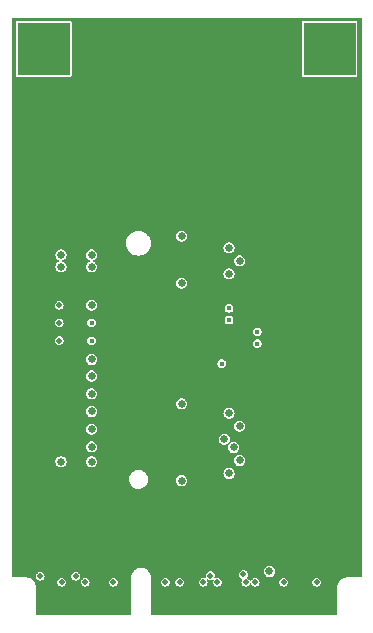
<source format=gbr>
%TF.GenerationSoftware,KiCad,Pcbnew,(6.0.1)*%
%TF.CreationDate,2022-01-21T21:00:34+01:00*%
%TF.ProjectId,apu-m2,6170752d-6d32-42e6-9b69-6361645f7063,rev?*%
%TF.SameCoordinates,Original*%
%TF.FileFunction,Copper,L3,Inr*%
%TF.FilePolarity,Positive*%
%FSLAX46Y46*%
G04 Gerber Fmt 4.6, Leading zero omitted, Abs format (unit mm)*
G04 Created by KiCad (PCBNEW (6.0.1)) date 2022-01-21 21:00:34*
%MOMM*%
%LPD*%
G01*
G04 APERTURE LIST*
%TA.AperFunction,ComponentPad*%
%ADD10R,4.500000X4.500000*%
%TD*%
%TA.AperFunction,ViaPad*%
%ADD11C,0.450000*%
%TD*%
%TA.AperFunction,ViaPad*%
%ADD12C,0.650000*%
%TD*%
%TA.AperFunction,ViaPad*%
%ADD13C,0.460000*%
%TD*%
G04 APERTURE END LIST*
D10*
%TO.N,N/C*%
%TO.C,J1*%
X127025000Y-55150000D03*
X102825000Y-55150000D03*
%TD*%
D11*
%TO.N,Net-(J1-Pad22)*%
X117900000Y-81800000D03*
%TO.N,/~{CLKREQ}*%
X118500000Y-78100000D03*
%TO.N,/~{PEWAKE}*%
X118500000Y-77100000D03*
%TO.N,+3V3*%
X120900000Y-81100000D03*
%TO.N,GND*%
X120900000Y-80100000D03*
X120900000Y-79100000D03*
%TO.N,+3V3*%
X120900000Y-78100000D03*
X120900000Y-77100000D03*
D12*
%TO.N,GND*%
X114491297Y-91700000D03*
X114491297Y-85200000D03*
X118500000Y-91100000D03*
X118900000Y-88900000D03*
X119400000Y-90000000D03*
X118100000Y-88200000D03*
X119400000Y-87100000D03*
X118500000Y-86000000D03*
X118500000Y-74200000D03*
X119400000Y-73100000D03*
X118500000Y-72000000D03*
X114500000Y-71000000D03*
X114500000Y-75000000D03*
D11*
X106875000Y-78350000D03*
X106875000Y-79875000D03*
D12*
%TO.N,+3V3*%
X103525000Y-99800000D03*
X114325000Y-87600000D03*
X111725000Y-88600000D03*
X114325000Y-90600000D03*
X114325000Y-89600000D03*
X111725000Y-90600000D03*
X123125000Y-99400000D03*
X111725000Y-89600000D03*
X114325000Y-73850000D03*
X116175000Y-99050000D03*
X120725000Y-99400000D03*
X114325000Y-72850000D03*
X126725000Y-99400000D03*
X111725000Y-72850000D03*
X111725000Y-87600000D03*
X111725000Y-86600000D03*
X111725000Y-73850000D03*
X114325000Y-88600000D03*
X114325000Y-86600000D03*
%TO.N,GND*%
X106875000Y-90100000D03*
D13*
X123125000Y-100300000D03*
D12*
X121925000Y-99400000D03*
D13*
X106325000Y-100300000D03*
X104125000Y-78350000D03*
X113125000Y-100300000D03*
X116325000Y-100300000D03*
X119925000Y-100300000D03*
X116925000Y-99750000D03*
X104125000Y-79850000D03*
D12*
X104275000Y-90100000D03*
X106875000Y-85850000D03*
X106875000Y-81450000D03*
D13*
X125925000Y-100300000D03*
D12*
X104275000Y-72600000D03*
D13*
X119725000Y-99650000D03*
D12*
X106875000Y-84350000D03*
X106875000Y-72600000D03*
X104275000Y-73600000D03*
D13*
X104325000Y-100300000D03*
D12*
X106875000Y-87350000D03*
D13*
X117525000Y-100300000D03*
X104125000Y-76850000D03*
X108725000Y-100300000D03*
X114325000Y-100300000D03*
D12*
X106875000Y-82850000D03*
X106875000Y-73600000D03*
X106875000Y-76850000D03*
D13*
X120725000Y-100300000D03*
D12*
X106875000Y-88850000D03*
D13*
%TO.N,/~{PEWAKE}*%
X102525000Y-99800000D03*
%TO.N,/~{CLKREQ}*%
X105525000Y-99800000D03*
%TD*%
%TA.AperFunction,Conductor*%
%TO.N,+3V3*%
G36*
X129735648Y-52514352D02*
G01*
X129750000Y-52549000D01*
X129750000Y-99851000D01*
X129735648Y-99885648D01*
X129701000Y-99900000D01*
X128548600Y-99900000D01*
X128533459Y-99897602D01*
X128532381Y-99897252D01*
X128532380Y-99897252D01*
X128525000Y-99894854D01*
X128520438Y-99896336D01*
X128456954Y-99902589D01*
X128360763Y-99912063D01*
X128360759Y-99912064D01*
X128358371Y-99912299D01*
X128198145Y-99960902D01*
X128196026Y-99962034D01*
X128196025Y-99962035D01*
X128061784Y-100033789D01*
X128050480Y-100039831D01*
X127921051Y-100146051D01*
X127814831Y-100275480D01*
X127813697Y-100277601D01*
X127813696Y-100277603D01*
X127801725Y-100300000D01*
X127735902Y-100423145D01*
X127687299Y-100583371D01*
X127687064Y-100585759D01*
X127687063Y-100585763D01*
X127672045Y-100738240D01*
X127671336Y-100745438D01*
X127669854Y-100750000D01*
X127672252Y-100757380D01*
X127672252Y-100757381D01*
X127672602Y-100758459D01*
X127675000Y-100773600D01*
X127675000Y-103051000D01*
X127660648Y-103085648D01*
X127626000Y-103100000D01*
X111974000Y-103100000D01*
X111939352Y-103085648D01*
X111925000Y-103051000D01*
X111925000Y-100300000D01*
X112749882Y-100300000D01*
X112768242Y-100415918D01*
X112821523Y-100520489D01*
X112904511Y-100603477D01*
X112907948Y-100605228D01*
X112907949Y-100605229D01*
X112956796Y-100630117D01*
X113009082Y-100656758D01*
X113125000Y-100675118D01*
X113240918Y-100656758D01*
X113293204Y-100630117D01*
X113342051Y-100605229D01*
X113342052Y-100605228D01*
X113345489Y-100603477D01*
X113428477Y-100520489D01*
X113481758Y-100415918D01*
X113500118Y-100300000D01*
X113949882Y-100300000D01*
X113968242Y-100415918D01*
X114021523Y-100520489D01*
X114104511Y-100603477D01*
X114107948Y-100605228D01*
X114107949Y-100605229D01*
X114156796Y-100630117D01*
X114209082Y-100656758D01*
X114325000Y-100675118D01*
X114440918Y-100656758D01*
X114493204Y-100630117D01*
X114542051Y-100605229D01*
X114542052Y-100605228D01*
X114545489Y-100603477D01*
X114628477Y-100520489D01*
X114681758Y-100415918D01*
X114700118Y-100300000D01*
X115949882Y-100300000D01*
X115968242Y-100415918D01*
X116021523Y-100520489D01*
X116104511Y-100603477D01*
X116107948Y-100605228D01*
X116107949Y-100605229D01*
X116156796Y-100630117D01*
X116209082Y-100656758D01*
X116325000Y-100675118D01*
X116440918Y-100656758D01*
X116493204Y-100630117D01*
X116542051Y-100605229D01*
X116542052Y-100605228D01*
X116545489Y-100603477D01*
X116628477Y-100520489D01*
X116681758Y-100415918D01*
X116700118Y-100300000D01*
X116681758Y-100184082D01*
X116652363Y-100126390D01*
X116649420Y-100089003D01*
X116673777Y-100060486D01*
X116711164Y-100057543D01*
X116718267Y-100060486D01*
X116809082Y-100106758D01*
X116925000Y-100125118D01*
X117040918Y-100106758D01*
X117131733Y-100060486D01*
X117169120Y-100057543D01*
X117197637Y-100081900D01*
X117200580Y-100119287D01*
X117197637Y-100126390D01*
X117168242Y-100184082D01*
X117149882Y-100300000D01*
X117168242Y-100415918D01*
X117221523Y-100520489D01*
X117304511Y-100603477D01*
X117307948Y-100605228D01*
X117307949Y-100605229D01*
X117356796Y-100630117D01*
X117409082Y-100656758D01*
X117525000Y-100675118D01*
X117640918Y-100656758D01*
X117693204Y-100630117D01*
X117742051Y-100605229D01*
X117742052Y-100605228D01*
X117745489Y-100603477D01*
X117828477Y-100520489D01*
X117881758Y-100415918D01*
X117900118Y-100300000D01*
X117881758Y-100184082D01*
X117833929Y-100090211D01*
X117830229Y-100082949D01*
X117830228Y-100082948D01*
X117828477Y-100079511D01*
X117745489Y-99996523D01*
X117742052Y-99994772D01*
X117742051Y-99994771D01*
X117677802Y-99962035D01*
X117640918Y-99943242D01*
X117525000Y-99924882D01*
X117409082Y-99943242D01*
X117330713Y-99983172D01*
X117318267Y-99989514D01*
X117280880Y-99992457D01*
X117252363Y-99968100D01*
X117249420Y-99930713D01*
X117252363Y-99923610D01*
X117266259Y-99896336D01*
X117281758Y-99865918D01*
X117300118Y-99750000D01*
X117284279Y-99650000D01*
X119349882Y-99650000D01*
X119368242Y-99765918D01*
X119421523Y-99870489D01*
X119504511Y-99953477D01*
X119507948Y-99955228D01*
X119507949Y-99955229D01*
X119606165Y-100005272D01*
X119630522Y-100033789D01*
X119627579Y-100071176D01*
X119623972Y-100077062D01*
X119621523Y-100079511D01*
X119619772Y-100082948D01*
X119619771Y-100082949D01*
X119616071Y-100090211D01*
X119568242Y-100184082D01*
X119549882Y-100300000D01*
X119568242Y-100415918D01*
X119621523Y-100520489D01*
X119704511Y-100603477D01*
X119707948Y-100605228D01*
X119707949Y-100605229D01*
X119756796Y-100630117D01*
X119809082Y-100656758D01*
X119925000Y-100675118D01*
X120040918Y-100656758D01*
X120093204Y-100630117D01*
X120142051Y-100605229D01*
X120142052Y-100605228D01*
X120145489Y-100603477D01*
X120228477Y-100520489D01*
X120281341Y-100416736D01*
X120309858Y-100392379D01*
X120347245Y-100395322D01*
X120368659Y-100416736D01*
X120421523Y-100520489D01*
X120504511Y-100603477D01*
X120507948Y-100605228D01*
X120507949Y-100605229D01*
X120556796Y-100630117D01*
X120609082Y-100656758D01*
X120725000Y-100675118D01*
X120840918Y-100656758D01*
X120893204Y-100630117D01*
X120942051Y-100605229D01*
X120942052Y-100605228D01*
X120945489Y-100603477D01*
X121028477Y-100520489D01*
X121081758Y-100415918D01*
X121100118Y-100300000D01*
X122749882Y-100300000D01*
X122768242Y-100415918D01*
X122821523Y-100520489D01*
X122904511Y-100603477D01*
X122907948Y-100605228D01*
X122907949Y-100605229D01*
X122956796Y-100630117D01*
X123009082Y-100656758D01*
X123125000Y-100675118D01*
X123240918Y-100656758D01*
X123293204Y-100630117D01*
X123342051Y-100605229D01*
X123342052Y-100605228D01*
X123345489Y-100603477D01*
X123428477Y-100520489D01*
X123481758Y-100415918D01*
X123500118Y-100300000D01*
X125549882Y-100300000D01*
X125568242Y-100415918D01*
X125621523Y-100520489D01*
X125704511Y-100603477D01*
X125707948Y-100605228D01*
X125707949Y-100605229D01*
X125756796Y-100630117D01*
X125809082Y-100656758D01*
X125925000Y-100675118D01*
X126040918Y-100656758D01*
X126093204Y-100630117D01*
X126142051Y-100605229D01*
X126142052Y-100605228D01*
X126145489Y-100603477D01*
X126228477Y-100520489D01*
X126281758Y-100415918D01*
X126300118Y-100300000D01*
X126281758Y-100184082D01*
X126233929Y-100090211D01*
X126230229Y-100082949D01*
X126230228Y-100082948D01*
X126228477Y-100079511D01*
X126145489Y-99996523D01*
X126142052Y-99994772D01*
X126142051Y-99994771D01*
X126077802Y-99962035D01*
X126040918Y-99943242D01*
X125925000Y-99924882D01*
X125809082Y-99943242D01*
X125772198Y-99962035D01*
X125707949Y-99994771D01*
X125707948Y-99994772D01*
X125704511Y-99996523D01*
X125621523Y-100079511D01*
X125619772Y-100082948D01*
X125619771Y-100082949D01*
X125616071Y-100090211D01*
X125568242Y-100184082D01*
X125549882Y-100300000D01*
X123500118Y-100300000D01*
X123481758Y-100184082D01*
X123433929Y-100090211D01*
X123430229Y-100082949D01*
X123430228Y-100082948D01*
X123428477Y-100079511D01*
X123345489Y-99996523D01*
X123342052Y-99994772D01*
X123342051Y-99994771D01*
X123277802Y-99962035D01*
X123240918Y-99943242D01*
X123125000Y-99924882D01*
X123009082Y-99943242D01*
X122972198Y-99962035D01*
X122907949Y-99994771D01*
X122907948Y-99994772D01*
X122904511Y-99996523D01*
X122821523Y-100079511D01*
X122819772Y-100082948D01*
X122819771Y-100082949D01*
X122816071Y-100090211D01*
X122768242Y-100184082D01*
X122749882Y-100300000D01*
X121100118Y-100300000D01*
X121081758Y-100184082D01*
X121033929Y-100090211D01*
X121030229Y-100082949D01*
X121030228Y-100082948D01*
X121028477Y-100079511D01*
X120945489Y-99996523D01*
X120942052Y-99994772D01*
X120942051Y-99994771D01*
X120877802Y-99962035D01*
X120840918Y-99943242D01*
X120725000Y-99924882D01*
X120609082Y-99943242D01*
X120572198Y-99962035D01*
X120507949Y-99994771D01*
X120507948Y-99994772D01*
X120504511Y-99996523D01*
X120421523Y-100079511D01*
X120419772Y-100082948D01*
X120419771Y-100082949D01*
X120398285Y-100125118D01*
X120372810Y-100175118D01*
X120368659Y-100183264D01*
X120340142Y-100207621D01*
X120302755Y-100204678D01*
X120281341Y-100183264D01*
X120277191Y-100175118D01*
X120251715Y-100125118D01*
X120230229Y-100082949D01*
X120230228Y-100082948D01*
X120228477Y-100079511D01*
X120145489Y-99996523D01*
X120142052Y-99994772D01*
X120142051Y-99994771D01*
X120043835Y-99944728D01*
X120019478Y-99916211D01*
X120022421Y-99878824D01*
X120026028Y-99872938D01*
X120028477Y-99870489D01*
X120081758Y-99765918D01*
X120100118Y-99650000D01*
X120081758Y-99534082D01*
X120038535Y-99449251D01*
X120030229Y-99432949D01*
X120030228Y-99432948D01*
X120028477Y-99429511D01*
X119993159Y-99394193D01*
X121449697Y-99394193D01*
X121450149Y-99397650D01*
X121450149Y-99397653D01*
X121462849Y-99494771D01*
X121467172Y-99527828D01*
X121468578Y-99531023D01*
X121519254Y-99646193D01*
X121521451Y-99651187D01*
X121608172Y-99754353D01*
X121611076Y-99756286D01*
X121611077Y-99756287D01*
X121663966Y-99791493D01*
X121720362Y-99829033D01*
X121849002Y-99869223D01*
X121852492Y-99869287D01*
X121879851Y-99869788D01*
X121983752Y-99871693D01*
X121987116Y-99870776D01*
X122110410Y-99837163D01*
X122110413Y-99837162D01*
X122113779Y-99836244D01*
X122228631Y-99765725D01*
X122319073Y-99665806D01*
X122377836Y-99544518D01*
X122379783Y-99532949D01*
X122399883Y-99413476D01*
X122399883Y-99413473D01*
X122400196Y-99411614D01*
X122400338Y-99400000D01*
X122381232Y-99266588D01*
X122325450Y-99143902D01*
X122237475Y-99041803D01*
X122124382Y-98968499D01*
X121995259Y-98929883D01*
X121929100Y-98929479D01*
X121863981Y-98929081D01*
X121863979Y-98929081D01*
X121860489Y-98929060D01*
X121857134Y-98930019D01*
X121857133Y-98930019D01*
X121734260Y-98965136D01*
X121734259Y-98965136D01*
X121730905Y-98966095D01*
X121616924Y-99038012D01*
X121527709Y-99139029D01*
X121470432Y-99261025D01*
X121469895Y-99264474D01*
X121452704Y-99374882D01*
X121449697Y-99394193D01*
X119993159Y-99394193D01*
X119945489Y-99346523D01*
X119942052Y-99344772D01*
X119942051Y-99344771D01*
X119854181Y-99300000D01*
X119840918Y-99293242D01*
X119725000Y-99274882D01*
X119609082Y-99293242D01*
X119595819Y-99300000D01*
X119507949Y-99344771D01*
X119507948Y-99344772D01*
X119504511Y-99346523D01*
X119421523Y-99429511D01*
X119419772Y-99432948D01*
X119419771Y-99432949D01*
X119411465Y-99449251D01*
X119368242Y-99534082D01*
X119349882Y-99650000D01*
X117284279Y-99650000D01*
X117281758Y-99634082D01*
X117237723Y-99547657D01*
X117230229Y-99532949D01*
X117230228Y-99532948D01*
X117228477Y-99529511D01*
X117145489Y-99446523D01*
X117142052Y-99444772D01*
X117142051Y-99444771D01*
X117054181Y-99400000D01*
X117040918Y-99393242D01*
X116925000Y-99374882D01*
X116809082Y-99393242D01*
X116795819Y-99400000D01*
X116707949Y-99444771D01*
X116707948Y-99444772D01*
X116704511Y-99446523D01*
X116621523Y-99529511D01*
X116619772Y-99532948D01*
X116619771Y-99532949D01*
X116612277Y-99547657D01*
X116568242Y-99634082D01*
X116549882Y-99750000D01*
X116568242Y-99865918D01*
X116583741Y-99896336D01*
X116597637Y-99923610D01*
X116600580Y-99960997D01*
X116576223Y-99989514D01*
X116538836Y-99992457D01*
X116531733Y-99989514D01*
X116519287Y-99983172D01*
X116440918Y-99943242D01*
X116325000Y-99924882D01*
X116209082Y-99943242D01*
X116172198Y-99962035D01*
X116107949Y-99994771D01*
X116107948Y-99994772D01*
X116104511Y-99996523D01*
X116021523Y-100079511D01*
X116019772Y-100082948D01*
X116019771Y-100082949D01*
X116016071Y-100090211D01*
X115968242Y-100184082D01*
X115949882Y-100300000D01*
X114700118Y-100300000D01*
X114681758Y-100184082D01*
X114633929Y-100090211D01*
X114630229Y-100082949D01*
X114630228Y-100082948D01*
X114628477Y-100079511D01*
X114545489Y-99996523D01*
X114542052Y-99994772D01*
X114542051Y-99994771D01*
X114477802Y-99962035D01*
X114440918Y-99943242D01*
X114325000Y-99924882D01*
X114209082Y-99943242D01*
X114172198Y-99962035D01*
X114107949Y-99994771D01*
X114107948Y-99994772D01*
X114104511Y-99996523D01*
X114021523Y-100079511D01*
X114019772Y-100082948D01*
X114019771Y-100082949D01*
X114016071Y-100090211D01*
X113968242Y-100184082D01*
X113949882Y-100300000D01*
X113500118Y-100300000D01*
X113481758Y-100184082D01*
X113433929Y-100090211D01*
X113430229Y-100082949D01*
X113430228Y-100082948D01*
X113428477Y-100079511D01*
X113345489Y-99996523D01*
X113342052Y-99994772D01*
X113342051Y-99994771D01*
X113277802Y-99962035D01*
X113240918Y-99943242D01*
X113125000Y-99924882D01*
X113009082Y-99943242D01*
X112972198Y-99962035D01*
X112907949Y-99994771D01*
X112907948Y-99994772D01*
X112904511Y-99996523D01*
X112821523Y-100079511D01*
X112819772Y-100082948D01*
X112819771Y-100082949D01*
X112816071Y-100090211D01*
X112768242Y-100184082D01*
X112749882Y-100300000D01*
X111925000Y-100300000D01*
X111925000Y-99973600D01*
X111927398Y-99958459D01*
X111927748Y-99957383D01*
X111927748Y-99957380D01*
X111930146Y-99950000D01*
X111929460Y-99947889D01*
X111926131Y-99916211D01*
X111911273Y-99774853D01*
X111911005Y-99772302D01*
X111855791Y-99602370D01*
X111766452Y-99447631D01*
X111762501Y-99443242D01*
X111648616Y-99316760D01*
X111646894Y-99314847D01*
X111619569Y-99294994D01*
X111504421Y-99211335D01*
X111504420Y-99211334D01*
X111502341Y-99209824D01*
X111339111Y-99137149D01*
X111251725Y-99118574D01*
X111166848Y-99100533D01*
X111166845Y-99100533D01*
X111164339Y-99100000D01*
X110985661Y-99100000D01*
X110983155Y-99100533D01*
X110983152Y-99100533D01*
X110898275Y-99118575D01*
X110810889Y-99137149D01*
X110647659Y-99209824D01*
X110645580Y-99211334D01*
X110645579Y-99211335D01*
X110530432Y-99294994D01*
X110503106Y-99314847D01*
X110501384Y-99316760D01*
X110387500Y-99443242D01*
X110383548Y-99447631D01*
X110294209Y-99602370D01*
X110238995Y-99772302D01*
X110220540Y-99947889D01*
X110219854Y-99950000D01*
X110222252Y-99957380D01*
X110222252Y-99957383D01*
X110222602Y-99958459D01*
X110225000Y-99973600D01*
X110225000Y-103051000D01*
X110210648Y-103085648D01*
X110176000Y-103100000D01*
X102224000Y-103100000D01*
X102189352Y-103085648D01*
X102175000Y-103051000D01*
X102175000Y-100773600D01*
X102177398Y-100758459D01*
X102177748Y-100757381D01*
X102177748Y-100757380D01*
X102180146Y-100750000D01*
X102178664Y-100745438D01*
X102164854Y-100605229D01*
X102162937Y-100585763D01*
X102162936Y-100585759D01*
X102162701Y-100583371D01*
X102114098Y-100423145D01*
X102048275Y-100300000D01*
X103949882Y-100300000D01*
X103968242Y-100415918D01*
X104021523Y-100520489D01*
X104104511Y-100603477D01*
X104107948Y-100605228D01*
X104107949Y-100605229D01*
X104156796Y-100630117D01*
X104209082Y-100656758D01*
X104325000Y-100675118D01*
X104440918Y-100656758D01*
X104493204Y-100630117D01*
X104542051Y-100605229D01*
X104542052Y-100605228D01*
X104545489Y-100603477D01*
X104628477Y-100520489D01*
X104681758Y-100415918D01*
X104700118Y-100300000D01*
X105949882Y-100300000D01*
X105968242Y-100415918D01*
X106021523Y-100520489D01*
X106104511Y-100603477D01*
X106107948Y-100605228D01*
X106107949Y-100605229D01*
X106156796Y-100630117D01*
X106209082Y-100656758D01*
X106325000Y-100675118D01*
X106440918Y-100656758D01*
X106493204Y-100630117D01*
X106542051Y-100605229D01*
X106542052Y-100605228D01*
X106545489Y-100603477D01*
X106628477Y-100520489D01*
X106681758Y-100415918D01*
X106700118Y-100300000D01*
X108349882Y-100300000D01*
X108368242Y-100415918D01*
X108421523Y-100520489D01*
X108504511Y-100603477D01*
X108507948Y-100605228D01*
X108507949Y-100605229D01*
X108556796Y-100630117D01*
X108609082Y-100656758D01*
X108725000Y-100675118D01*
X108840918Y-100656758D01*
X108893204Y-100630117D01*
X108942051Y-100605229D01*
X108942052Y-100605228D01*
X108945489Y-100603477D01*
X109028477Y-100520489D01*
X109081758Y-100415918D01*
X109100118Y-100300000D01*
X109081758Y-100184082D01*
X109033929Y-100090211D01*
X109030229Y-100082949D01*
X109030228Y-100082948D01*
X109028477Y-100079511D01*
X108945489Y-99996523D01*
X108942052Y-99994772D01*
X108942051Y-99994771D01*
X108877802Y-99962035D01*
X108840918Y-99943242D01*
X108725000Y-99924882D01*
X108609082Y-99943242D01*
X108572198Y-99962035D01*
X108507949Y-99994771D01*
X108507948Y-99994772D01*
X108504511Y-99996523D01*
X108421523Y-100079511D01*
X108419772Y-100082948D01*
X108419771Y-100082949D01*
X108416071Y-100090211D01*
X108368242Y-100184082D01*
X108349882Y-100300000D01*
X106700118Y-100300000D01*
X106681758Y-100184082D01*
X106633929Y-100090211D01*
X106630229Y-100082949D01*
X106630228Y-100082948D01*
X106628477Y-100079511D01*
X106545489Y-99996523D01*
X106542052Y-99994772D01*
X106542051Y-99994771D01*
X106477802Y-99962035D01*
X106440918Y-99943242D01*
X106325000Y-99924882D01*
X106209082Y-99943242D01*
X106172198Y-99962035D01*
X106107949Y-99994771D01*
X106107948Y-99994772D01*
X106104511Y-99996523D01*
X106021523Y-100079511D01*
X106019772Y-100082948D01*
X106019771Y-100082949D01*
X106016071Y-100090211D01*
X105968242Y-100184082D01*
X105949882Y-100300000D01*
X104700118Y-100300000D01*
X104681758Y-100184082D01*
X104633929Y-100090211D01*
X104630229Y-100082949D01*
X104630228Y-100082948D01*
X104628477Y-100079511D01*
X104545489Y-99996523D01*
X104542052Y-99994772D01*
X104542051Y-99994771D01*
X104477802Y-99962035D01*
X104440918Y-99943242D01*
X104325000Y-99924882D01*
X104209082Y-99943242D01*
X104172198Y-99962035D01*
X104107949Y-99994771D01*
X104107948Y-99994772D01*
X104104511Y-99996523D01*
X104021523Y-100079511D01*
X104019772Y-100082948D01*
X104019771Y-100082949D01*
X104016071Y-100090211D01*
X103968242Y-100184082D01*
X103949882Y-100300000D01*
X102048275Y-100300000D01*
X102036304Y-100277603D01*
X102036303Y-100277601D01*
X102035169Y-100275480D01*
X101928949Y-100146051D01*
X101799520Y-100039831D01*
X101788217Y-100033789D01*
X101653975Y-99962035D01*
X101653974Y-99962034D01*
X101651855Y-99960902D01*
X101491629Y-99912299D01*
X101489241Y-99912064D01*
X101489237Y-99912063D01*
X101335283Y-99896899D01*
X101335282Y-99896899D01*
X101329562Y-99896336D01*
X101325000Y-99894854D01*
X101317620Y-99897252D01*
X101317619Y-99897252D01*
X101316541Y-99897602D01*
X101301400Y-99900000D01*
X100149000Y-99900000D01*
X100114352Y-99885648D01*
X100100000Y-99851000D01*
X100100000Y-99800000D01*
X102149882Y-99800000D01*
X102168242Y-99915918D01*
X102190807Y-99960204D01*
X102213770Y-100005272D01*
X102221523Y-100020489D01*
X102304511Y-100103477D01*
X102307948Y-100105228D01*
X102307949Y-100105229D01*
X102329672Y-100116297D01*
X102409082Y-100156758D01*
X102525000Y-100175118D01*
X102640918Y-100156758D01*
X102720328Y-100116297D01*
X102742051Y-100105229D01*
X102742052Y-100105228D01*
X102745489Y-100103477D01*
X102828477Y-100020489D01*
X102836231Y-100005272D01*
X102859193Y-99960204D01*
X102881758Y-99915918D01*
X102900118Y-99800000D01*
X105149882Y-99800000D01*
X105168242Y-99915918D01*
X105190807Y-99960204D01*
X105213770Y-100005272D01*
X105221523Y-100020489D01*
X105304511Y-100103477D01*
X105307948Y-100105228D01*
X105307949Y-100105229D01*
X105329672Y-100116297D01*
X105409082Y-100156758D01*
X105525000Y-100175118D01*
X105640918Y-100156758D01*
X105720328Y-100116297D01*
X105742051Y-100105229D01*
X105742052Y-100105228D01*
X105745489Y-100103477D01*
X105828477Y-100020489D01*
X105836231Y-100005272D01*
X105859193Y-99960204D01*
X105881758Y-99915918D01*
X105900118Y-99800000D01*
X105881758Y-99684082D01*
X105854530Y-99630644D01*
X105830229Y-99582949D01*
X105830228Y-99582948D01*
X105828477Y-99579511D01*
X105745489Y-99496523D01*
X105742052Y-99494772D01*
X105742051Y-99494771D01*
X105693203Y-99469882D01*
X105640918Y-99443242D01*
X105525000Y-99424882D01*
X105409082Y-99443242D01*
X105356797Y-99469882D01*
X105307949Y-99494771D01*
X105307948Y-99494772D01*
X105304511Y-99496523D01*
X105221523Y-99579511D01*
X105219772Y-99582948D01*
X105219771Y-99582949D01*
X105195470Y-99630644D01*
X105168242Y-99684082D01*
X105149882Y-99800000D01*
X102900118Y-99800000D01*
X102881758Y-99684082D01*
X102854530Y-99630644D01*
X102830229Y-99582949D01*
X102830228Y-99582948D01*
X102828477Y-99579511D01*
X102745489Y-99496523D01*
X102742052Y-99494772D01*
X102742051Y-99494771D01*
X102693203Y-99469882D01*
X102640918Y-99443242D01*
X102525000Y-99424882D01*
X102409082Y-99443242D01*
X102356797Y-99469882D01*
X102307949Y-99494771D01*
X102307948Y-99494772D01*
X102304511Y-99496523D01*
X102221523Y-99579511D01*
X102219772Y-99582948D01*
X102219771Y-99582949D01*
X102195470Y-99630644D01*
X102168242Y-99684082D01*
X102149882Y-99800000D01*
X100100000Y-99800000D01*
X100100000Y-91594376D01*
X110019455Y-91594376D01*
X110038227Y-91772983D01*
X110096103Y-91942993D01*
X110097539Y-91945327D01*
X110172732Y-92067551D01*
X110190206Y-92095955D01*
X110192121Y-92097911D01*
X110192123Y-92097913D01*
X110313941Y-92222310D01*
X110313944Y-92222312D01*
X110315859Y-92224268D01*
X110466817Y-92321554D01*
X110574683Y-92360814D01*
X110633003Y-92382041D01*
X110633005Y-92382041D01*
X110635578Y-92382978D01*
X110774283Y-92400500D01*
X110870155Y-92400500D01*
X110871506Y-92400348D01*
X110871514Y-92400348D01*
X111000754Y-92385851D01*
X111000755Y-92385851D01*
X111003472Y-92385546D01*
X111041696Y-92372235D01*
X111170484Y-92327387D01*
X111170487Y-92327385D01*
X111173073Y-92326485D01*
X111180965Y-92321554D01*
X111323050Y-92232769D01*
X111323051Y-92232768D01*
X111325375Y-92231316D01*
X111332473Y-92224268D01*
X111420187Y-92137163D01*
X111452807Y-92104770D01*
X111539355Y-91968393D01*
X111547570Y-91955448D01*
X111547571Y-91955446D01*
X111549037Y-91953136D01*
X111550870Y-91947990D01*
X111608362Y-91786532D01*
X111609281Y-91783951D01*
X111619984Y-91694193D01*
X114015994Y-91694193D01*
X114016446Y-91697650D01*
X114016446Y-91697653D01*
X114025941Y-91770260D01*
X114033469Y-91827828D01*
X114034875Y-91831023D01*
X114085170Y-91945327D01*
X114087748Y-91951187D01*
X114174469Y-92054353D01*
X114286659Y-92129033D01*
X114415299Y-92169223D01*
X114418789Y-92169287D01*
X114446148Y-92169788D01*
X114550049Y-92171693D01*
X114553413Y-92170776D01*
X114676707Y-92137163D01*
X114676710Y-92137162D01*
X114680076Y-92136244D01*
X114794928Y-92065725D01*
X114885370Y-91965806D01*
X114944133Y-91844518D01*
X114946404Y-91831023D01*
X114966180Y-91713476D01*
X114966180Y-91713473D01*
X114966493Y-91711614D01*
X114966635Y-91700000D01*
X114947529Y-91566588D01*
X114891747Y-91443902D01*
X114870094Y-91418772D01*
X114826684Y-91368393D01*
X114803772Y-91341803D01*
X114690679Y-91268499D01*
X114561556Y-91229883D01*
X114495397Y-91229479D01*
X114430278Y-91229081D01*
X114430276Y-91229081D01*
X114426786Y-91229060D01*
X114423431Y-91230019D01*
X114423430Y-91230019D01*
X114300557Y-91265136D01*
X114300556Y-91265136D01*
X114297202Y-91266095D01*
X114183221Y-91338012D01*
X114118937Y-91410800D01*
X114106906Y-91424423D01*
X114094006Y-91439029D01*
X114036729Y-91561025D01*
X114015994Y-91694193D01*
X111619984Y-91694193D01*
X111630545Y-91605624D01*
X111626883Y-91570776D01*
X111614646Y-91454353D01*
X111611773Y-91427017D01*
X111553897Y-91257007D01*
X111465596Y-91113476D01*
X111461229Y-91106377D01*
X111461227Y-91106375D01*
X111459794Y-91104045D01*
X111457877Y-91102087D01*
X111450147Y-91094193D01*
X118024697Y-91094193D01*
X118025149Y-91097650D01*
X118025149Y-91097653D01*
X118041719Y-91224366D01*
X118042172Y-91227828D01*
X118096451Y-91351187D01*
X118183172Y-91454353D01*
X118295362Y-91529033D01*
X118424002Y-91569223D01*
X118427492Y-91569287D01*
X118454851Y-91569788D01*
X118558752Y-91571693D01*
X118564797Y-91570045D01*
X118685410Y-91537163D01*
X118685413Y-91537162D01*
X118688779Y-91536244D01*
X118803631Y-91465725D01*
X118894073Y-91365806D01*
X118952836Y-91244518D01*
X118955107Y-91231023D01*
X118974883Y-91113476D01*
X118974883Y-91113473D01*
X118975196Y-91111614D01*
X118975289Y-91104045D01*
X118975315Y-91101902D01*
X118975315Y-91101899D01*
X118975338Y-91100000D01*
X118956232Y-90966588D01*
X118900450Y-90843902D01*
X118877289Y-90817022D01*
X118814753Y-90744447D01*
X118812475Y-90741803D01*
X118699382Y-90668499D01*
X118570259Y-90629883D01*
X118504100Y-90629479D01*
X118438981Y-90629081D01*
X118438979Y-90629081D01*
X118435489Y-90629060D01*
X118432134Y-90630019D01*
X118432133Y-90630019D01*
X118309260Y-90665136D01*
X118309259Y-90665136D01*
X118305905Y-90666095D01*
X118191924Y-90738012D01*
X118102709Y-90839029D01*
X118045432Y-90961025D01*
X118024697Y-91094193D01*
X111450147Y-91094193D01*
X111336059Y-90977690D01*
X111336056Y-90977688D01*
X111334141Y-90975732D01*
X111183183Y-90878446D01*
X111067693Y-90836411D01*
X111016997Y-90817959D01*
X111016995Y-90817959D01*
X111014422Y-90817022D01*
X110875717Y-90799500D01*
X110779845Y-90799500D01*
X110778494Y-90799652D01*
X110778486Y-90799652D01*
X110649246Y-90814149D01*
X110649245Y-90814149D01*
X110646528Y-90814454D01*
X110643940Y-90815355D01*
X110643941Y-90815355D01*
X110479516Y-90872613D01*
X110479513Y-90872615D01*
X110476927Y-90873515D01*
X110474604Y-90874966D01*
X110474603Y-90874967D01*
X110341939Y-90957865D01*
X110324625Y-90968684D01*
X110322682Y-90970613D01*
X110322680Y-90970615D01*
X110315556Y-90977690D01*
X110197193Y-91095230D01*
X110186795Y-91111614D01*
X110113044Y-91227828D01*
X110100963Y-91246864D01*
X110100045Y-91249442D01*
X110100044Y-91249444D01*
X110041638Y-91413468D01*
X110040719Y-91416049D01*
X110040395Y-91418769D01*
X110040394Y-91418772D01*
X110034578Y-91467551D01*
X110019455Y-91594376D01*
X100100000Y-91594376D01*
X100100000Y-90094193D01*
X103799697Y-90094193D01*
X103800149Y-90097650D01*
X103800149Y-90097653D01*
X103806688Y-90147657D01*
X103817172Y-90227828D01*
X103871451Y-90351187D01*
X103958172Y-90454353D01*
X104070362Y-90529033D01*
X104199002Y-90569223D01*
X104202492Y-90569287D01*
X104229851Y-90569788D01*
X104333752Y-90571693D01*
X104337116Y-90570776D01*
X104460410Y-90537163D01*
X104460413Y-90537162D01*
X104463779Y-90536244D01*
X104578631Y-90465725D01*
X104669073Y-90365806D01*
X104727836Y-90244518D01*
X104730107Y-90231023D01*
X104749883Y-90113476D01*
X104749883Y-90113473D01*
X104750196Y-90111614D01*
X104750338Y-90100000D01*
X104749506Y-90094193D01*
X106399697Y-90094193D01*
X106400149Y-90097650D01*
X106400149Y-90097653D01*
X106406688Y-90147657D01*
X106417172Y-90227828D01*
X106471451Y-90351187D01*
X106558172Y-90454353D01*
X106670362Y-90529033D01*
X106799002Y-90569223D01*
X106802492Y-90569287D01*
X106829851Y-90569788D01*
X106933752Y-90571693D01*
X106937116Y-90570776D01*
X107060410Y-90537163D01*
X107060413Y-90537162D01*
X107063779Y-90536244D01*
X107178631Y-90465725D01*
X107269073Y-90365806D01*
X107327836Y-90244518D01*
X107330107Y-90231023D01*
X107349883Y-90113476D01*
X107349883Y-90113473D01*
X107350196Y-90111614D01*
X107350338Y-90100000D01*
X107335185Y-89994193D01*
X118924697Y-89994193D01*
X118925149Y-89997650D01*
X118925149Y-89997653D01*
X118940295Y-90113476D01*
X118942172Y-90127828D01*
X118943578Y-90131023D01*
X118994898Y-90247657D01*
X118996451Y-90251187D01*
X119083172Y-90354353D01*
X119086076Y-90356286D01*
X119086077Y-90356287D01*
X119102999Y-90367551D01*
X119195362Y-90429033D01*
X119324002Y-90469223D01*
X119327492Y-90469287D01*
X119354851Y-90469788D01*
X119458752Y-90471693D01*
X119462116Y-90470776D01*
X119585410Y-90437163D01*
X119585413Y-90437162D01*
X119588779Y-90436244D01*
X119703631Y-90365725D01*
X119794073Y-90265806D01*
X119852836Y-90144518D01*
X119855107Y-90131023D01*
X119874883Y-90013476D01*
X119874883Y-90013473D01*
X119875196Y-90011614D01*
X119875338Y-90000000D01*
X119856232Y-89866588D01*
X119800450Y-89743902D01*
X119712475Y-89641803D01*
X119694085Y-89629883D01*
X119602312Y-89570398D01*
X119602311Y-89570398D01*
X119599382Y-89568499D01*
X119470259Y-89529883D01*
X119404100Y-89529479D01*
X119338981Y-89529081D01*
X119338979Y-89529081D01*
X119335489Y-89529060D01*
X119332134Y-89530019D01*
X119332133Y-89530019D01*
X119209260Y-89565136D01*
X119209259Y-89565136D01*
X119205905Y-89566095D01*
X119091924Y-89638012D01*
X119002709Y-89739029D01*
X118945432Y-89861025D01*
X118924697Y-89994193D01*
X107335185Y-89994193D01*
X107331232Y-89966588D01*
X107275450Y-89843902D01*
X107187475Y-89741803D01*
X107184547Y-89739905D01*
X107077312Y-89670398D01*
X107077311Y-89670398D01*
X107074382Y-89668499D01*
X106945259Y-89629883D01*
X106879100Y-89629479D01*
X106813981Y-89629081D01*
X106813979Y-89629081D01*
X106810489Y-89629060D01*
X106807134Y-89630019D01*
X106807133Y-89630019D01*
X106684260Y-89665136D01*
X106684259Y-89665136D01*
X106680905Y-89666095D01*
X106566924Y-89738012D01*
X106477709Y-89839029D01*
X106420432Y-89961025D01*
X106419895Y-89964474D01*
X106415268Y-89994193D01*
X106399697Y-90094193D01*
X104749506Y-90094193D01*
X104731232Y-89966588D01*
X104675450Y-89843902D01*
X104587475Y-89741803D01*
X104584547Y-89739905D01*
X104477312Y-89670398D01*
X104477311Y-89670398D01*
X104474382Y-89668499D01*
X104345259Y-89629883D01*
X104279100Y-89629479D01*
X104213981Y-89629081D01*
X104213979Y-89629081D01*
X104210489Y-89629060D01*
X104207134Y-89630019D01*
X104207133Y-89630019D01*
X104084260Y-89665136D01*
X104084259Y-89665136D01*
X104080905Y-89666095D01*
X103966924Y-89738012D01*
X103877709Y-89839029D01*
X103820432Y-89961025D01*
X103819895Y-89964474D01*
X103815268Y-89994193D01*
X103799697Y-90094193D01*
X100100000Y-90094193D01*
X100100000Y-88844193D01*
X106399697Y-88844193D01*
X106400149Y-88847650D01*
X106400149Y-88847653D01*
X106407243Y-88901902D01*
X106417172Y-88977828D01*
X106471451Y-89101187D01*
X106558172Y-89204353D01*
X106670362Y-89279033D01*
X106799002Y-89319223D01*
X106802492Y-89319287D01*
X106829851Y-89319788D01*
X106933752Y-89321693D01*
X106937116Y-89320776D01*
X107060410Y-89287163D01*
X107060413Y-89287162D01*
X107063779Y-89286244D01*
X107178631Y-89215725D01*
X107269073Y-89115806D01*
X107327836Y-88994518D01*
X107330107Y-88981023D01*
X107344715Y-88894193D01*
X118424697Y-88894193D01*
X118425149Y-88897650D01*
X118425149Y-88897653D01*
X118441719Y-89024366D01*
X118442172Y-89027828D01*
X118443578Y-89031023D01*
X118474451Y-89101187D01*
X118496451Y-89151187D01*
X118583172Y-89254353D01*
X118695362Y-89329033D01*
X118824002Y-89369223D01*
X118827492Y-89369287D01*
X118854851Y-89369788D01*
X118958752Y-89371693D01*
X118962116Y-89370776D01*
X119085410Y-89337163D01*
X119085413Y-89337162D01*
X119088779Y-89336244D01*
X119203631Y-89265725D01*
X119294073Y-89165806D01*
X119352836Y-89044518D01*
X119355107Y-89031023D01*
X119374883Y-88913476D01*
X119374883Y-88913473D01*
X119375196Y-88911614D01*
X119375338Y-88900000D01*
X119356232Y-88766588D01*
X119300450Y-88643902D01*
X119293852Y-88636244D01*
X119233088Y-88565725D01*
X119212475Y-88541803D01*
X119203755Y-88536151D01*
X119102312Y-88470398D01*
X119102311Y-88470398D01*
X119099382Y-88468499D01*
X118970259Y-88429883D01*
X118904100Y-88429479D01*
X118838981Y-88429081D01*
X118838979Y-88429081D01*
X118835489Y-88429060D01*
X118832134Y-88430019D01*
X118832133Y-88430019D01*
X118709260Y-88465136D01*
X118709259Y-88465136D01*
X118705905Y-88466095D01*
X118591924Y-88538012D01*
X118544899Y-88591258D01*
X118505169Y-88636244D01*
X118502709Y-88639029D01*
X118445432Y-88761025D01*
X118444895Y-88764474D01*
X118429480Y-88863476D01*
X118424697Y-88894193D01*
X107344715Y-88894193D01*
X107349883Y-88863476D01*
X107349883Y-88863473D01*
X107350196Y-88861614D01*
X107350338Y-88850000D01*
X107331232Y-88716588D01*
X107275450Y-88593902D01*
X107187475Y-88491803D01*
X107178755Y-88486151D01*
X107077312Y-88420398D01*
X107077311Y-88420398D01*
X107074382Y-88418499D01*
X106945259Y-88379883D01*
X106879100Y-88379479D01*
X106813981Y-88379081D01*
X106813979Y-88379081D01*
X106810489Y-88379060D01*
X106807134Y-88380019D01*
X106807133Y-88380019D01*
X106684260Y-88415136D01*
X106684259Y-88415136D01*
X106680905Y-88416095D01*
X106566924Y-88488012D01*
X106477709Y-88589029D01*
X106420432Y-88711025D01*
X106419895Y-88714474D01*
X106411781Y-88766588D01*
X106399697Y-88844193D01*
X100100000Y-88844193D01*
X100100000Y-88194193D01*
X117624697Y-88194193D01*
X117625149Y-88197650D01*
X117625149Y-88197653D01*
X117641719Y-88324366D01*
X117642172Y-88327828D01*
X117643578Y-88331023D01*
X117682904Y-88420398D01*
X117696451Y-88451187D01*
X117783172Y-88554353D01*
X117895362Y-88629033D01*
X118024002Y-88669223D01*
X118027492Y-88669287D01*
X118054851Y-88669788D01*
X118158752Y-88671693D01*
X118162116Y-88670776D01*
X118285410Y-88637163D01*
X118285413Y-88637162D01*
X118288779Y-88636244D01*
X118403631Y-88565725D01*
X118494073Y-88465806D01*
X118552836Y-88344518D01*
X118555107Y-88331023D01*
X118574883Y-88213476D01*
X118574883Y-88213473D01*
X118575196Y-88211614D01*
X118575338Y-88200000D01*
X118556232Y-88066588D01*
X118500450Y-87943902D01*
X118412475Y-87841803D01*
X118403755Y-87836151D01*
X118302312Y-87770398D01*
X118302311Y-87770398D01*
X118299382Y-87768499D01*
X118170259Y-87729883D01*
X118104100Y-87729479D01*
X118038981Y-87729081D01*
X118038979Y-87729081D01*
X118035489Y-87729060D01*
X118032134Y-87730019D01*
X118032133Y-87730019D01*
X117909260Y-87765136D01*
X117909259Y-87765136D01*
X117905905Y-87766095D01*
X117791924Y-87838012D01*
X117702709Y-87939029D01*
X117645432Y-88061025D01*
X117624697Y-88194193D01*
X100100000Y-88194193D01*
X100100000Y-87344193D01*
X106399697Y-87344193D01*
X106400149Y-87347650D01*
X106400149Y-87347653D01*
X106413753Y-87451684D01*
X106417172Y-87477828D01*
X106418578Y-87481023D01*
X106457387Y-87569223D01*
X106471451Y-87601187D01*
X106558172Y-87704353D01*
X106561076Y-87706286D01*
X106561077Y-87706287D01*
X106596525Y-87729883D01*
X106670362Y-87779033D01*
X106799002Y-87819223D01*
X106802492Y-87819287D01*
X106829851Y-87819788D01*
X106933752Y-87821693D01*
X106937116Y-87820776D01*
X107060410Y-87787163D01*
X107060413Y-87787162D01*
X107063779Y-87786244D01*
X107178631Y-87715725D01*
X107269073Y-87615806D01*
X107327836Y-87494518D01*
X107330107Y-87481023D01*
X107349883Y-87363476D01*
X107349883Y-87363473D01*
X107350196Y-87361614D01*
X107350338Y-87350000D01*
X107331232Y-87216588D01*
X107275582Y-87094193D01*
X118924697Y-87094193D01*
X118925149Y-87097650D01*
X118925149Y-87097653D01*
X118940702Y-87216588D01*
X118942172Y-87227828D01*
X118943578Y-87231023D01*
X118993374Y-87344193D01*
X118996451Y-87351187D01*
X119083172Y-87454353D01*
X119195362Y-87529033D01*
X119324002Y-87569223D01*
X119327492Y-87569287D01*
X119354851Y-87569788D01*
X119458752Y-87571693D01*
X119462116Y-87570776D01*
X119585410Y-87537163D01*
X119585413Y-87537162D01*
X119588779Y-87536244D01*
X119703631Y-87465725D01*
X119794073Y-87365806D01*
X119852836Y-87244518D01*
X119855107Y-87231023D01*
X119874883Y-87113476D01*
X119874883Y-87113473D01*
X119875196Y-87111614D01*
X119875338Y-87100000D01*
X119856232Y-86966588D01*
X119800450Y-86843902D01*
X119712475Y-86741803D01*
X119599382Y-86668499D01*
X119470259Y-86629883D01*
X119404100Y-86629479D01*
X119338981Y-86629081D01*
X119338979Y-86629081D01*
X119335489Y-86629060D01*
X119332134Y-86630019D01*
X119332133Y-86630019D01*
X119209260Y-86665136D01*
X119209259Y-86665136D01*
X119205905Y-86666095D01*
X119091924Y-86738012D01*
X119002709Y-86839029D01*
X118945432Y-86961025D01*
X118944895Y-86964474D01*
X118925909Y-87086411D01*
X118924697Y-87094193D01*
X107275582Y-87094193D01*
X107275450Y-87093902D01*
X107272733Y-87090748D01*
X107189753Y-86994447D01*
X107187475Y-86991803D01*
X107153907Y-86970045D01*
X107077312Y-86920398D01*
X107077311Y-86920398D01*
X107074382Y-86918499D01*
X106945259Y-86879883D01*
X106879100Y-86879479D01*
X106813981Y-86879081D01*
X106813979Y-86879081D01*
X106810489Y-86879060D01*
X106807134Y-86880019D01*
X106807133Y-86880019D01*
X106684260Y-86915136D01*
X106684259Y-86915136D01*
X106680905Y-86916095D01*
X106566924Y-86988012D01*
X106477709Y-87089029D01*
X106420432Y-87211025D01*
X106399697Y-87344193D01*
X100100000Y-87344193D01*
X100100000Y-85844193D01*
X106399697Y-85844193D01*
X106400149Y-85847650D01*
X106400149Y-85847653D01*
X106416719Y-85974366D01*
X106417172Y-85977828D01*
X106471451Y-86101187D01*
X106558172Y-86204353D01*
X106670362Y-86279033D01*
X106799002Y-86319223D01*
X106802492Y-86319287D01*
X106829851Y-86319788D01*
X106933752Y-86321693D01*
X106937116Y-86320776D01*
X107060410Y-86287163D01*
X107060413Y-86287162D01*
X107063779Y-86286244D01*
X107178631Y-86215725D01*
X107269073Y-86115806D01*
X107327836Y-85994518D01*
X107327891Y-85994193D01*
X118024697Y-85994193D01*
X118025149Y-85997650D01*
X118025149Y-85997653D01*
X118040189Y-86112666D01*
X118042172Y-86127828D01*
X118043578Y-86131023D01*
X118076695Y-86206287D01*
X118096451Y-86251187D01*
X118183172Y-86354353D01*
X118295362Y-86429033D01*
X118424002Y-86469223D01*
X118427492Y-86469287D01*
X118454851Y-86469788D01*
X118558752Y-86471693D01*
X118562116Y-86470776D01*
X118685410Y-86437163D01*
X118685413Y-86437162D01*
X118688779Y-86436244D01*
X118803631Y-86365725D01*
X118894073Y-86265806D01*
X118952836Y-86144518D01*
X118955107Y-86131023D01*
X118974883Y-86013476D01*
X118974883Y-86013473D01*
X118975196Y-86011614D01*
X118975338Y-86000000D01*
X118956232Y-85866588D01*
X118900450Y-85743902D01*
X118812475Y-85641803D01*
X118806626Y-85638012D01*
X118702312Y-85570398D01*
X118702311Y-85570398D01*
X118699382Y-85568499D01*
X118570259Y-85529883D01*
X118504100Y-85529479D01*
X118438981Y-85529081D01*
X118438979Y-85529081D01*
X118435489Y-85529060D01*
X118432134Y-85530019D01*
X118432133Y-85530019D01*
X118309260Y-85565136D01*
X118309259Y-85565136D01*
X118305905Y-85566095D01*
X118191924Y-85638012D01*
X118102709Y-85739029D01*
X118045432Y-85861025D01*
X118044895Y-85864474D01*
X118026748Y-85981023D01*
X118024697Y-85994193D01*
X107327891Y-85994193D01*
X107328471Y-85990748D01*
X107349883Y-85863476D01*
X107349883Y-85863473D01*
X107350196Y-85861614D01*
X107350338Y-85850000D01*
X107331232Y-85716588D01*
X107275450Y-85593902D01*
X107255198Y-85570398D01*
X107189753Y-85494447D01*
X107187475Y-85491803D01*
X107074382Y-85418499D01*
X106945259Y-85379883D01*
X106879100Y-85379479D01*
X106813981Y-85379081D01*
X106813979Y-85379081D01*
X106810489Y-85379060D01*
X106807134Y-85380019D01*
X106807133Y-85380019D01*
X106684260Y-85415136D01*
X106684259Y-85415136D01*
X106680905Y-85416095D01*
X106566924Y-85488012D01*
X106477709Y-85589029D01*
X106420432Y-85711025D01*
X106419895Y-85714474D01*
X106415725Y-85741258D01*
X106399697Y-85844193D01*
X100100000Y-85844193D01*
X100100000Y-85194193D01*
X114015994Y-85194193D01*
X114016446Y-85197650D01*
X114016446Y-85197653D01*
X114033016Y-85324366D01*
X114033469Y-85327828D01*
X114034875Y-85331023D01*
X114074201Y-85420398D01*
X114087748Y-85451187D01*
X114174469Y-85554353D01*
X114177373Y-85556286D01*
X114177374Y-85556287D01*
X114194218Y-85567499D01*
X114286659Y-85629033D01*
X114415299Y-85669223D01*
X114418789Y-85669287D01*
X114446148Y-85669788D01*
X114550049Y-85671693D01*
X114553413Y-85670776D01*
X114676707Y-85637163D01*
X114676710Y-85637162D01*
X114680076Y-85636244D01*
X114794928Y-85565725D01*
X114885370Y-85465806D01*
X114944133Y-85344518D01*
X114946404Y-85331023D01*
X114966180Y-85213476D01*
X114966180Y-85213473D01*
X114966493Y-85211614D01*
X114966635Y-85200000D01*
X114947529Y-85066588D01*
X114891747Y-84943902D01*
X114803772Y-84841803D01*
X114795052Y-84836151D01*
X114693609Y-84770398D01*
X114693608Y-84770398D01*
X114690679Y-84768499D01*
X114561556Y-84729883D01*
X114495397Y-84729479D01*
X114430278Y-84729081D01*
X114430276Y-84729081D01*
X114426786Y-84729060D01*
X114423431Y-84730019D01*
X114423430Y-84730019D01*
X114300557Y-84765136D01*
X114300556Y-84765136D01*
X114297202Y-84766095D01*
X114183221Y-84838012D01*
X114094006Y-84939029D01*
X114036729Y-85061025D01*
X114015994Y-85194193D01*
X100100000Y-85194193D01*
X100100000Y-84344193D01*
X106399697Y-84344193D01*
X106400149Y-84347650D01*
X106400149Y-84347653D01*
X106416719Y-84474366D01*
X106417172Y-84477828D01*
X106471451Y-84601187D01*
X106558172Y-84704353D01*
X106561076Y-84706286D01*
X106561077Y-84706287D01*
X106596525Y-84729883D01*
X106670362Y-84779033D01*
X106799002Y-84819223D01*
X106802492Y-84819287D01*
X106829851Y-84819788D01*
X106933752Y-84821693D01*
X106937116Y-84820776D01*
X107060410Y-84787163D01*
X107060413Y-84787162D01*
X107063779Y-84786244D01*
X107178631Y-84715725D01*
X107269073Y-84615806D01*
X107327836Y-84494518D01*
X107330107Y-84481023D01*
X107349883Y-84363476D01*
X107349883Y-84363473D01*
X107350196Y-84361614D01*
X107350338Y-84350000D01*
X107331232Y-84216588D01*
X107275450Y-84093902D01*
X107187475Y-83991803D01*
X107074382Y-83918499D01*
X106945259Y-83879883D01*
X106879100Y-83879479D01*
X106813981Y-83879081D01*
X106813979Y-83879081D01*
X106810489Y-83879060D01*
X106807134Y-83880019D01*
X106807133Y-83880019D01*
X106684260Y-83915136D01*
X106684259Y-83915136D01*
X106680905Y-83916095D01*
X106566924Y-83988012D01*
X106477709Y-84089029D01*
X106420432Y-84211025D01*
X106399697Y-84344193D01*
X100100000Y-84344193D01*
X100100000Y-82844193D01*
X106399697Y-82844193D01*
X106400149Y-82847650D01*
X106400149Y-82847653D01*
X106416719Y-82974366D01*
X106417172Y-82977828D01*
X106471451Y-83101187D01*
X106558172Y-83204353D01*
X106670362Y-83279033D01*
X106799002Y-83319223D01*
X106802492Y-83319287D01*
X106829851Y-83319788D01*
X106933752Y-83321693D01*
X106937116Y-83320776D01*
X107060410Y-83287163D01*
X107060413Y-83287162D01*
X107063779Y-83286244D01*
X107178631Y-83215725D01*
X107269073Y-83115806D01*
X107327836Y-82994518D01*
X107330107Y-82981023D01*
X107349883Y-82863476D01*
X107349883Y-82863473D01*
X107350196Y-82861614D01*
X107350338Y-82850000D01*
X107331232Y-82716588D01*
X107275450Y-82593902D01*
X107187475Y-82491803D01*
X107074382Y-82418499D01*
X106945259Y-82379883D01*
X106879100Y-82379479D01*
X106813981Y-82379081D01*
X106813979Y-82379081D01*
X106810489Y-82379060D01*
X106807134Y-82380019D01*
X106807133Y-82380019D01*
X106684260Y-82415136D01*
X106684259Y-82415136D01*
X106680905Y-82416095D01*
X106566924Y-82488012D01*
X106477709Y-82589029D01*
X106420432Y-82711025D01*
X106399697Y-82844193D01*
X100100000Y-82844193D01*
X100100000Y-81444193D01*
X106399697Y-81444193D01*
X106400149Y-81447650D01*
X106400149Y-81447653D01*
X106416719Y-81574366D01*
X106417172Y-81577828D01*
X106418578Y-81581023D01*
X106465601Y-81687891D01*
X106471451Y-81701187D01*
X106558172Y-81804353D01*
X106670362Y-81879033D01*
X106799002Y-81919223D01*
X106802492Y-81919287D01*
X106829851Y-81919788D01*
X106933752Y-81921693D01*
X106937116Y-81920776D01*
X107060410Y-81887163D01*
X107060413Y-81887162D01*
X107063779Y-81886244D01*
X107178631Y-81815725D01*
X107192865Y-81800000D01*
X117524882Y-81800000D01*
X117543242Y-81915918D01*
X117596523Y-82020489D01*
X117679511Y-82103477D01*
X117682948Y-82105228D01*
X117682949Y-82105229D01*
X117731796Y-82130117D01*
X117784082Y-82156758D01*
X117900000Y-82175118D01*
X118015918Y-82156758D01*
X118068204Y-82130117D01*
X118117051Y-82105229D01*
X118117052Y-82105228D01*
X118120489Y-82103477D01*
X118203477Y-82020489D01*
X118256758Y-81915918D01*
X118275118Y-81800000D01*
X118256758Y-81684082D01*
X118212723Y-81597657D01*
X118205229Y-81582949D01*
X118205228Y-81582948D01*
X118203477Y-81579511D01*
X118120489Y-81496523D01*
X118117052Y-81494772D01*
X118117051Y-81494771D01*
X118029181Y-81450000D01*
X118015918Y-81443242D01*
X117900000Y-81424882D01*
X117784082Y-81443242D01*
X117770819Y-81450000D01*
X117682949Y-81494771D01*
X117682948Y-81494772D01*
X117679511Y-81496523D01*
X117596523Y-81579511D01*
X117594772Y-81582948D01*
X117594771Y-81582949D01*
X117587277Y-81597657D01*
X117543242Y-81684082D01*
X117524882Y-81800000D01*
X107192865Y-81800000D01*
X107269073Y-81715806D01*
X107327836Y-81594518D01*
X107329783Y-81582949D01*
X107349883Y-81463476D01*
X107349883Y-81463473D01*
X107350196Y-81461614D01*
X107350338Y-81450000D01*
X107331232Y-81316588D01*
X107275450Y-81193902D01*
X107187475Y-81091803D01*
X107074382Y-81018499D01*
X106945259Y-80979883D01*
X106879100Y-80979479D01*
X106813981Y-80979081D01*
X106813979Y-80979081D01*
X106810489Y-80979060D01*
X106807134Y-80980019D01*
X106807133Y-80980019D01*
X106684260Y-81015136D01*
X106684259Y-81015136D01*
X106680905Y-81016095D01*
X106566924Y-81088012D01*
X106477709Y-81189029D01*
X106420432Y-81311025D01*
X106419895Y-81314474D01*
X106402704Y-81424882D01*
X106399697Y-81444193D01*
X100100000Y-81444193D01*
X100100000Y-79850000D01*
X103749882Y-79850000D01*
X103768242Y-79965918D01*
X103821523Y-80070489D01*
X103904511Y-80153477D01*
X103907948Y-80155228D01*
X103907949Y-80155229D01*
X103948223Y-80175749D01*
X104009082Y-80206758D01*
X104125000Y-80225118D01*
X104240918Y-80206758D01*
X104301777Y-80175749D01*
X104342051Y-80155229D01*
X104342052Y-80155228D01*
X104345489Y-80153477D01*
X104428477Y-80070489D01*
X104481758Y-79965918D01*
X104496158Y-79875000D01*
X106499882Y-79875000D01*
X106518242Y-79990918D01*
X106571523Y-80095489D01*
X106654511Y-80178477D01*
X106657948Y-80180228D01*
X106657949Y-80180229D01*
X106706578Y-80205006D01*
X106759082Y-80231758D01*
X106875000Y-80250118D01*
X106990918Y-80231758D01*
X107043422Y-80205006D01*
X107092051Y-80180229D01*
X107092052Y-80180228D01*
X107095489Y-80178477D01*
X107173966Y-80100000D01*
X120524882Y-80100000D01*
X120543242Y-80215918D01*
X120596523Y-80320489D01*
X120679511Y-80403477D01*
X120682948Y-80405228D01*
X120682949Y-80405229D01*
X120731797Y-80430118D01*
X120784082Y-80456758D01*
X120900000Y-80475118D01*
X121015918Y-80456758D01*
X121068204Y-80430117D01*
X121117051Y-80405229D01*
X121117052Y-80405228D01*
X121120489Y-80403477D01*
X121203477Y-80320489D01*
X121256758Y-80215918D01*
X121275118Y-80100000D01*
X121256758Y-79984082D01*
X121203477Y-79879511D01*
X121120489Y-79796523D01*
X121117052Y-79794772D01*
X121117051Y-79794771D01*
X121047006Y-79759082D01*
X121015918Y-79743242D01*
X120900000Y-79724882D01*
X120784082Y-79743242D01*
X120752994Y-79759082D01*
X120682949Y-79794771D01*
X120682948Y-79794772D01*
X120679511Y-79796523D01*
X120596523Y-79879511D01*
X120543242Y-79984082D01*
X120524882Y-80100000D01*
X107173966Y-80100000D01*
X107178477Y-80095489D01*
X107231758Y-79990918D01*
X107250118Y-79875000D01*
X107231758Y-79759082D01*
X107178477Y-79654511D01*
X107095489Y-79571523D01*
X107092052Y-79569772D01*
X107092051Y-79569771D01*
X107042985Y-79544771D01*
X106990918Y-79518242D01*
X106875000Y-79499882D01*
X106759082Y-79518242D01*
X106707015Y-79544771D01*
X106657949Y-79569771D01*
X106657948Y-79569772D01*
X106654511Y-79571523D01*
X106571523Y-79654511D01*
X106518242Y-79759082D01*
X106499882Y-79875000D01*
X104496158Y-79875000D01*
X104500118Y-79850000D01*
X104481758Y-79734082D01*
X104428477Y-79629511D01*
X104345489Y-79546523D01*
X104342052Y-79544772D01*
X104342051Y-79544771D01*
X104255133Y-79500485D01*
X104240918Y-79493242D01*
X104125000Y-79474882D01*
X104009082Y-79493242D01*
X103994867Y-79500485D01*
X103907949Y-79544771D01*
X103907948Y-79544772D01*
X103904511Y-79546523D01*
X103821523Y-79629511D01*
X103768242Y-79734082D01*
X103749882Y-79850000D01*
X100100000Y-79850000D01*
X100100000Y-79100000D01*
X120524882Y-79100000D01*
X120543242Y-79215918D01*
X120596523Y-79320489D01*
X120679511Y-79403477D01*
X120682948Y-79405228D01*
X120682949Y-79405229D01*
X120731797Y-79430118D01*
X120784082Y-79456758D01*
X120900000Y-79475118D01*
X121015918Y-79456758D01*
X121068203Y-79430118D01*
X121117051Y-79405229D01*
X121117052Y-79405228D01*
X121120489Y-79403477D01*
X121203477Y-79320489D01*
X121256758Y-79215918D01*
X121275118Y-79100000D01*
X121256758Y-78984082D01*
X121203477Y-78879511D01*
X121120489Y-78796523D01*
X121117052Y-78794772D01*
X121117051Y-78794771D01*
X121068204Y-78769883D01*
X121015918Y-78743242D01*
X120900000Y-78724882D01*
X120784082Y-78743242D01*
X120731797Y-78769882D01*
X120682949Y-78794771D01*
X120682948Y-78794772D01*
X120679511Y-78796523D01*
X120596523Y-78879511D01*
X120543242Y-78984082D01*
X120524882Y-79100000D01*
X100100000Y-79100000D01*
X100100000Y-78350000D01*
X103749882Y-78350000D01*
X103768242Y-78465918D01*
X103821523Y-78570489D01*
X103904511Y-78653477D01*
X103907948Y-78655228D01*
X103907949Y-78655229D01*
X103956797Y-78680118D01*
X104009082Y-78706758D01*
X104125000Y-78725118D01*
X104240918Y-78706758D01*
X104293203Y-78680118D01*
X104342051Y-78655229D01*
X104342052Y-78655228D01*
X104345489Y-78653477D01*
X104428477Y-78570489D01*
X104481758Y-78465918D01*
X104500118Y-78350000D01*
X106499882Y-78350000D01*
X106518242Y-78465918D01*
X106571523Y-78570489D01*
X106654511Y-78653477D01*
X106657948Y-78655228D01*
X106657949Y-78655229D01*
X106706797Y-78680118D01*
X106759082Y-78706758D01*
X106875000Y-78725118D01*
X106990918Y-78706758D01*
X107043203Y-78680118D01*
X107092051Y-78655229D01*
X107092052Y-78655228D01*
X107095489Y-78653477D01*
X107178477Y-78570489D01*
X107231758Y-78465918D01*
X107250118Y-78350000D01*
X107231758Y-78234082D01*
X107178477Y-78129511D01*
X107148966Y-78100000D01*
X118124882Y-78100000D01*
X118143242Y-78215918D01*
X118196523Y-78320489D01*
X118279511Y-78403477D01*
X118282948Y-78405228D01*
X118282949Y-78405229D01*
X118331797Y-78430118D01*
X118384082Y-78456758D01*
X118500000Y-78475118D01*
X118615918Y-78456758D01*
X118668203Y-78430118D01*
X118717051Y-78405229D01*
X118717052Y-78405228D01*
X118720489Y-78403477D01*
X118803477Y-78320489D01*
X118856758Y-78215918D01*
X118875118Y-78100000D01*
X118856758Y-77984082D01*
X118803477Y-77879511D01*
X118720489Y-77796523D01*
X118717052Y-77794772D01*
X118717051Y-77794771D01*
X118668203Y-77769882D01*
X118615918Y-77743242D01*
X118500000Y-77724882D01*
X118384082Y-77743242D01*
X118331797Y-77769882D01*
X118282949Y-77794771D01*
X118282948Y-77794772D01*
X118279511Y-77796523D01*
X118196523Y-77879511D01*
X118143242Y-77984082D01*
X118124882Y-78100000D01*
X107148966Y-78100000D01*
X107095489Y-78046523D01*
X107092052Y-78044772D01*
X107092051Y-78044771D01*
X107043203Y-78019882D01*
X106990918Y-77993242D01*
X106875000Y-77974882D01*
X106759082Y-77993242D01*
X106706797Y-78019882D01*
X106657949Y-78044771D01*
X106657948Y-78044772D01*
X106654511Y-78046523D01*
X106571523Y-78129511D01*
X106518242Y-78234082D01*
X106499882Y-78350000D01*
X104500118Y-78350000D01*
X104481758Y-78234082D01*
X104428477Y-78129511D01*
X104345489Y-78046523D01*
X104342052Y-78044772D01*
X104342051Y-78044771D01*
X104293203Y-78019882D01*
X104240918Y-77993242D01*
X104125000Y-77974882D01*
X104009082Y-77993242D01*
X103956797Y-78019882D01*
X103907949Y-78044771D01*
X103907948Y-78044772D01*
X103904511Y-78046523D01*
X103821523Y-78129511D01*
X103768242Y-78234082D01*
X103749882Y-78350000D01*
X100100000Y-78350000D01*
X100100000Y-76850000D01*
X103749882Y-76850000D01*
X103768242Y-76965918D01*
X103821523Y-77070489D01*
X103904511Y-77153477D01*
X103907948Y-77155228D01*
X103907949Y-77155229D01*
X103956796Y-77180117D01*
X104009082Y-77206758D01*
X104125000Y-77225118D01*
X104240918Y-77206758D01*
X104293204Y-77180117D01*
X104342051Y-77155229D01*
X104342052Y-77155228D01*
X104345489Y-77153477D01*
X104428477Y-77070489D01*
X104481758Y-76965918D01*
X104500118Y-76850000D01*
X104499198Y-76844193D01*
X106399697Y-76844193D01*
X106400149Y-76847650D01*
X106400149Y-76847653D01*
X106416064Y-76969356D01*
X106417172Y-76977828D01*
X106418578Y-76981023D01*
X106469254Y-77096193D01*
X106471451Y-77101187D01*
X106558172Y-77204353D01*
X106561076Y-77206286D01*
X106561077Y-77206287D01*
X106588461Y-77224515D01*
X106670362Y-77279033D01*
X106799002Y-77319223D01*
X106802492Y-77319287D01*
X106829851Y-77319788D01*
X106933752Y-77321693D01*
X106937116Y-77320776D01*
X107060410Y-77287163D01*
X107060413Y-77287162D01*
X107063779Y-77286244D01*
X107178631Y-77215725D01*
X107269073Y-77115806D01*
X107276731Y-77100000D01*
X118124882Y-77100000D01*
X118143242Y-77215918D01*
X118196523Y-77320489D01*
X118279511Y-77403477D01*
X118282948Y-77405228D01*
X118282949Y-77405229D01*
X118331797Y-77430118D01*
X118384082Y-77456758D01*
X118500000Y-77475118D01*
X118615918Y-77456758D01*
X118668203Y-77430118D01*
X118717051Y-77405229D01*
X118717052Y-77405228D01*
X118720489Y-77403477D01*
X118803477Y-77320489D01*
X118856758Y-77215918D01*
X118875118Y-77100000D01*
X118856758Y-76984082D01*
X118803477Y-76879511D01*
X118720489Y-76796523D01*
X118717052Y-76794772D01*
X118717051Y-76794771D01*
X118668203Y-76769882D01*
X118615918Y-76743242D01*
X118500000Y-76724882D01*
X118384082Y-76743242D01*
X118331797Y-76769882D01*
X118282949Y-76794771D01*
X118282948Y-76794772D01*
X118279511Y-76796523D01*
X118196523Y-76879511D01*
X118143242Y-76984082D01*
X118124882Y-77100000D01*
X107276731Y-77100000D01*
X107327836Y-76994518D01*
X107330107Y-76981023D01*
X107349883Y-76863476D01*
X107349883Y-76863473D01*
X107350196Y-76861614D01*
X107350250Y-76857213D01*
X107350315Y-76851902D01*
X107350315Y-76851899D01*
X107350338Y-76850000D01*
X107331232Y-76716588D01*
X107275450Y-76593902D01*
X107187475Y-76491803D01*
X107162300Y-76475485D01*
X107077312Y-76420398D01*
X107077311Y-76420398D01*
X107074382Y-76418499D01*
X106945259Y-76379883D01*
X106879100Y-76379479D01*
X106813981Y-76379081D01*
X106813979Y-76379081D01*
X106810489Y-76379060D01*
X106807134Y-76380019D01*
X106807133Y-76380019D01*
X106684260Y-76415136D01*
X106684259Y-76415136D01*
X106680905Y-76416095D01*
X106566924Y-76488012D01*
X106477709Y-76589029D01*
X106420432Y-76711025D01*
X106419895Y-76714474D01*
X106406695Y-76799251D01*
X106399697Y-76844193D01*
X104499198Y-76844193D01*
X104481758Y-76734082D01*
X104428477Y-76629511D01*
X104345489Y-76546523D01*
X104342052Y-76544772D01*
X104342051Y-76544771D01*
X104293203Y-76519882D01*
X104240918Y-76493242D01*
X104125000Y-76474882D01*
X104009082Y-76493242D01*
X103956797Y-76519882D01*
X103907949Y-76544771D01*
X103907948Y-76544772D01*
X103904511Y-76546523D01*
X103821523Y-76629511D01*
X103768242Y-76734082D01*
X103749882Y-76850000D01*
X100100000Y-76850000D01*
X100100000Y-74994193D01*
X114024697Y-74994193D01*
X114025149Y-74997650D01*
X114025149Y-74997653D01*
X114041719Y-75124366D01*
X114042172Y-75127828D01*
X114096451Y-75251187D01*
X114183172Y-75354353D01*
X114295362Y-75429033D01*
X114424002Y-75469223D01*
X114427492Y-75469287D01*
X114454851Y-75469788D01*
X114558752Y-75471693D01*
X114562116Y-75470776D01*
X114685410Y-75437163D01*
X114685413Y-75437162D01*
X114688779Y-75436244D01*
X114803631Y-75365725D01*
X114894073Y-75265806D01*
X114952836Y-75144518D01*
X114955107Y-75131023D01*
X114974883Y-75013476D01*
X114974883Y-75013473D01*
X114975196Y-75011614D01*
X114975338Y-75000000D01*
X114956232Y-74866588D01*
X114900450Y-74743902D01*
X114812475Y-74641803D01*
X114806626Y-74638012D01*
X114702312Y-74570398D01*
X114702311Y-74570398D01*
X114699382Y-74568499D01*
X114570259Y-74529883D01*
X114504100Y-74529479D01*
X114438981Y-74529081D01*
X114438979Y-74529081D01*
X114435489Y-74529060D01*
X114432134Y-74530019D01*
X114432133Y-74530019D01*
X114309260Y-74565136D01*
X114309259Y-74565136D01*
X114305905Y-74566095D01*
X114191924Y-74638012D01*
X114102709Y-74739029D01*
X114045432Y-74861025D01*
X114024697Y-74994193D01*
X100100000Y-74994193D01*
X100100000Y-74194193D01*
X118024697Y-74194193D01*
X118025149Y-74197650D01*
X118025149Y-74197653D01*
X118041719Y-74324366D01*
X118042172Y-74327828D01*
X118096451Y-74451187D01*
X118183172Y-74554353D01*
X118186076Y-74556286D01*
X118186077Y-74556287D01*
X118202921Y-74567499D01*
X118295362Y-74629033D01*
X118424002Y-74669223D01*
X118427492Y-74669287D01*
X118454851Y-74669788D01*
X118558752Y-74671693D01*
X118562116Y-74670776D01*
X118685410Y-74637163D01*
X118685413Y-74637162D01*
X118688779Y-74636244D01*
X118803631Y-74565725D01*
X118894073Y-74465806D01*
X118952836Y-74344518D01*
X118955107Y-74331023D01*
X118974883Y-74213476D01*
X118974883Y-74213473D01*
X118975196Y-74211614D01*
X118975338Y-74200000D01*
X118956232Y-74066588D01*
X118900450Y-73943902D01*
X118812475Y-73841803D01*
X118699382Y-73768499D01*
X118570259Y-73729883D01*
X118504100Y-73729479D01*
X118438981Y-73729081D01*
X118438979Y-73729081D01*
X118435489Y-73729060D01*
X118432134Y-73730019D01*
X118432133Y-73730019D01*
X118309260Y-73765136D01*
X118309259Y-73765136D01*
X118305905Y-73766095D01*
X118191924Y-73838012D01*
X118102709Y-73939029D01*
X118045432Y-74061025D01*
X118024697Y-74194193D01*
X100100000Y-74194193D01*
X100100000Y-73594193D01*
X103799697Y-73594193D01*
X103800149Y-73597650D01*
X103800149Y-73597653D01*
X103816719Y-73724366D01*
X103817172Y-73727828D01*
X103871451Y-73851187D01*
X103958172Y-73954353D01*
X104070362Y-74029033D01*
X104199002Y-74069223D01*
X104202492Y-74069287D01*
X104229851Y-74069788D01*
X104333752Y-74071693D01*
X104339797Y-74070045D01*
X104460410Y-74037163D01*
X104460413Y-74037162D01*
X104463779Y-74036244D01*
X104578631Y-73965725D01*
X104669073Y-73865806D01*
X104727836Y-73744518D01*
X104730107Y-73731023D01*
X104749883Y-73613476D01*
X104749883Y-73613473D01*
X104750196Y-73611614D01*
X104750338Y-73600000D01*
X104749506Y-73594193D01*
X106399697Y-73594193D01*
X106400149Y-73597650D01*
X106400149Y-73597653D01*
X106416719Y-73724366D01*
X106417172Y-73727828D01*
X106471451Y-73851187D01*
X106558172Y-73954353D01*
X106670362Y-74029033D01*
X106799002Y-74069223D01*
X106802492Y-74069287D01*
X106829851Y-74069788D01*
X106933752Y-74071693D01*
X106939797Y-74070045D01*
X107060410Y-74037163D01*
X107060413Y-74037162D01*
X107063779Y-74036244D01*
X107178631Y-73965725D01*
X107269073Y-73865806D01*
X107327836Y-73744518D01*
X107330107Y-73731023D01*
X107349883Y-73613476D01*
X107349883Y-73613473D01*
X107350196Y-73611614D01*
X107350338Y-73600000D01*
X107331232Y-73466588D01*
X107275450Y-73343902D01*
X107187475Y-73241803D01*
X107170844Y-73231023D01*
X107077312Y-73170398D01*
X107077311Y-73170398D01*
X107074382Y-73168499D01*
X107002247Y-73146926D01*
X106973164Y-73123248D01*
X106970187Y-73094193D01*
X118924697Y-73094193D01*
X118925149Y-73097650D01*
X118925149Y-73097653D01*
X118934662Y-73170398D01*
X118942172Y-73227828D01*
X118943578Y-73231023D01*
X118993246Y-73343902D01*
X118996451Y-73351187D01*
X119083172Y-73454353D01*
X119086076Y-73456286D01*
X119086077Y-73456287D01*
X119138966Y-73491493D01*
X119195362Y-73529033D01*
X119324002Y-73569223D01*
X119327492Y-73569287D01*
X119354851Y-73569788D01*
X119458752Y-73571693D01*
X119462116Y-73570776D01*
X119585410Y-73537163D01*
X119585413Y-73537162D01*
X119588779Y-73536244D01*
X119703631Y-73465725D01*
X119794073Y-73365806D01*
X119852836Y-73244518D01*
X119853491Y-73240628D01*
X119874883Y-73113476D01*
X119874883Y-73113473D01*
X119875196Y-73111614D01*
X119875338Y-73100000D01*
X119856232Y-72966588D01*
X119800450Y-72843902D01*
X119712475Y-72741803D01*
X119695844Y-72731023D01*
X119602312Y-72670398D01*
X119602311Y-72670398D01*
X119599382Y-72668499D01*
X119470259Y-72629883D01*
X119404100Y-72629479D01*
X119338981Y-72629081D01*
X119338979Y-72629081D01*
X119335489Y-72629060D01*
X119332134Y-72630019D01*
X119332133Y-72630019D01*
X119209260Y-72665136D01*
X119209259Y-72665136D01*
X119205905Y-72666095D01*
X119091924Y-72738012D01*
X119002709Y-72839029D01*
X118945432Y-72961025D01*
X118944895Y-72964474D01*
X118934005Y-73034416D01*
X118924697Y-73094193D01*
X106970187Y-73094193D01*
X106969341Y-73085940D01*
X106993019Y-73056857D01*
X107003397Y-73052706D01*
X107063779Y-73036244D01*
X107178631Y-72965725D01*
X107269073Y-72865806D01*
X107327836Y-72744518D01*
X107328491Y-72740628D01*
X107349883Y-72613476D01*
X107349883Y-72613473D01*
X107350196Y-72611614D01*
X107350338Y-72600000D01*
X107331232Y-72466588D01*
X107275450Y-72343902D01*
X107187475Y-72241803D01*
X107178755Y-72236151D01*
X107077312Y-72170398D01*
X107077311Y-72170398D01*
X107074382Y-72168499D01*
X106945259Y-72129883D01*
X106879100Y-72129479D01*
X106813981Y-72129081D01*
X106813979Y-72129081D01*
X106810489Y-72129060D01*
X106807134Y-72130019D01*
X106807133Y-72130019D01*
X106684260Y-72165136D01*
X106684259Y-72165136D01*
X106680905Y-72166095D01*
X106566924Y-72238012D01*
X106477709Y-72339029D01*
X106420432Y-72461025D01*
X106419895Y-72464474D01*
X106402715Y-72574812D01*
X106399697Y-72594193D01*
X106400149Y-72597650D01*
X106400149Y-72597653D01*
X106409662Y-72670398D01*
X106417172Y-72727828D01*
X106418578Y-72731023D01*
X106468246Y-72843902D01*
X106471451Y-72851187D01*
X106558172Y-72954353D01*
X106561076Y-72956286D01*
X106561077Y-72956287D01*
X106613966Y-72991493D01*
X106670362Y-73029033D01*
X106673694Y-73030074D01*
X106748122Y-73053327D01*
X106776914Y-73077359D01*
X106780281Y-73114710D01*
X106756249Y-73143502D01*
X106746975Y-73147212D01*
X106684260Y-73165136D01*
X106684259Y-73165136D01*
X106680905Y-73166095D01*
X106566924Y-73238012D01*
X106477709Y-73339029D01*
X106420432Y-73461025D01*
X106419895Y-73464474D01*
X106409005Y-73534416D01*
X106399697Y-73594193D01*
X104749506Y-73594193D01*
X104731232Y-73466588D01*
X104675450Y-73343902D01*
X104587475Y-73241803D01*
X104570844Y-73231023D01*
X104477312Y-73170398D01*
X104477311Y-73170398D01*
X104474382Y-73168499D01*
X104402247Y-73146926D01*
X104373164Y-73123248D01*
X104369341Y-73085940D01*
X104393019Y-73056857D01*
X104403397Y-73052706D01*
X104463779Y-73036244D01*
X104578631Y-72965725D01*
X104669073Y-72865806D01*
X104727836Y-72744518D01*
X104728491Y-72740628D01*
X104749883Y-72613476D01*
X104749883Y-72613473D01*
X104750196Y-72611614D01*
X104750338Y-72600000D01*
X104731232Y-72466588D01*
X104675450Y-72343902D01*
X104587475Y-72241803D01*
X104578755Y-72236151D01*
X104477312Y-72170398D01*
X104477311Y-72170398D01*
X104474382Y-72168499D01*
X104345259Y-72129883D01*
X104279100Y-72129479D01*
X104213981Y-72129081D01*
X104213979Y-72129081D01*
X104210489Y-72129060D01*
X104207134Y-72130019D01*
X104207133Y-72130019D01*
X104084260Y-72165136D01*
X104084259Y-72165136D01*
X104080905Y-72166095D01*
X103966924Y-72238012D01*
X103877709Y-72339029D01*
X103820432Y-72461025D01*
X103819895Y-72464474D01*
X103802715Y-72574812D01*
X103799697Y-72594193D01*
X103800149Y-72597650D01*
X103800149Y-72597653D01*
X103809662Y-72670398D01*
X103817172Y-72727828D01*
X103818578Y-72731023D01*
X103868246Y-72843902D01*
X103871451Y-72851187D01*
X103958172Y-72954353D01*
X103961076Y-72956286D01*
X103961077Y-72956287D01*
X104013966Y-72991493D01*
X104070362Y-73029033D01*
X104073694Y-73030074D01*
X104148122Y-73053327D01*
X104176914Y-73077359D01*
X104180281Y-73114710D01*
X104156249Y-73143502D01*
X104146975Y-73147212D01*
X104084260Y-73165136D01*
X104084259Y-73165136D01*
X104080905Y-73166095D01*
X103966924Y-73238012D01*
X103877709Y-73339029D01*
X103820432Y-73461025D01*
X103819895Y-73464474D01*
X103809005Y-73534416D01*
X103799697Y-73594193D01*
X100100000Y-73594193D01*
X100100000Y-71592631D01*
X109769443Y-71592631D01*
X109769660Y-71595016D01*
X109769660Y-71595021D01*
X109773573Y-71638012D01*
X109788114Y-71797797D01*
X109809378Y-71870045D01*
X109844903Y-71990748D01*
X109846280Y-71995428D01*
X109853404Y-72009055D01*
X109936477Y-72167957D01*
X109941726Y-72177998D01*
X109949903Y-72188168D01*
X110069315Y-72336688D01*
X110069318Y-72336691D01*
X110070815Y-72338553D01*
X110072649Y-72340092D01*
X110072650Y-72340093D01*
X110091949Y-72356287D01*
X110228630Y-72470976D01*
X110230731Y-72472131D01*
X110407066Y-72569072D01*
X110407068Y-72569073D01*
X110409162Y-72570224D01*
X110605532Y-72632516D01*
X110669875Y-72639733D01*
X110764505Y-72650348D01*
X110764513Y-72650348D01*
X110765864Y-72650500D01*
X110876841Y-72650500D01*
X110878021Y-72650384D01*
X110878027Y-72650384D01*
X110935823Y-72644717D01*
X111030030Y-72635480D01*
X111032312Y-72634791D01*
X111032317Y-72634790D01*
X111141245Y-72601902D01*
X111227251Y-72575935D01*
X111242507Y-72567823D01*
X111407038Y-72480342D01*
X111407042Y-72480339D01*
X111409151Y-72479218D01*
X111568800Y-72349011D01*
X111700118Y-72190275D01*
X111795713Y-72013476D01*
X111796965Y-72011160D01*
X111796966Y-72011159D01*
X111798103Y-72009055D01*
X111802704Y-71994193D01*
X118024697Y-71994193D01*
X118025149Y-71997650D01*
X118025149Y-71997653D01*
X118041719Y-72124366D01*
X118042172Y-72127828D01*
X118096451Y-72251187D01*
X118183172Y-72354353D01*
X118295362Y-72429033D01*
X118424002Y-72469223D01*
X118427492Y-72469287D01*
X118454851Y-72469788D01*
X118558752Y-72471693D01*
X118564797Y-72470045D01*
X118685410Y-72437163D01*
X118685413Y-72437162D01*
X118688779Y-72436244D01*
X118803631Y-72365725D01*
X118894073Y-72265806D01*
X118952836Y-72144518D01*
X118955107Y-72131023D01*
X118974883Y-72013476D01*
X118974883Y-72013473D01*
X118975196Y-72011614D01*
X118975338Y-72000000D01*
X118956232Y-71866588D01*
X118900450Y-71743902D01*
X118812475Y-71641803D01*
X118763027Y-71609752D01*
X118702312Y-71570398D01*
X118702311Y-71570398D01*
X118699382Y-71568499D01*
X118570259Y-71529883D01*
X118504100Y-71529479D01*
X118438981Y-71529081D01*
X118438979Y-71529081D01*
X118435489Y-71529060D01*
X118432134Y-71530019D01*
X118432133Y-71530019D01*
X118309260Y-71565136D01*
X118309259Y-71565136D01*
X118305905Y-71566095D01*
X118191924Y-71638012D01*
X118102709Y-71739029D01*
X118045432Y-71861025D01*
X118024697Y-71994193D01*
X111802704Y-71994193D01*
X111859023Y-71812254D01*
X111860301Y-71800099D01*
X111880307Y-71609752D01*
X111880307Y-71609747D01*
X111880557Y-71607369D01*
X111880340Y-71604984D01*
X111880340Y-71604979D01*
X111867890Y-71468182D01*
X111861886Y-71402203D01*
X111803720Y-71204572D01*
X111708274Y-71022002D01*
X111685915Y-70994193D01*
X114024697Y-70994193D01*
X114025149Y-70997650D01*
X114025149Y-70997653D01*
X114028090Y-71020142D01*
X114042172Y-71127828D01*
X114096451Y-71251187D01*
X114183172Y-71354353D01*
X114186076Y-71356286D01*
X114186077Y-71356287D01*
X114236908Y-71390123D01*
X114295362Y-71429033D01*
X114424002Y-71469223D01*
X114427492Y-71469287D01*
X114454851Y-71469788D01*
X114558752Y-71471693D01*
X114562116Y-71470776D01*
X114685410Y-71437163D01*
X114685413Y-71437162D01*
X114688779Y-71436244D01*
X114803631Y-71365725D01*
X114894073Y-71265806D01*
X114952836Y-71144518D01*
X114955107Y-71131023D01*
X114974883Y-71013476D01*
X114974883Y-71013473D01*
X114975196Y-71011614D01*
X114975338Y-71000000D01*
X114956232Y-70866588D01*
X114900450Y-70743902D01*
X114812475Y-70641803D01*
X114792803Y-70629052D01*
X114702312Y-70570398D01*
X114702311Y-70570398D01*
X114699382Y-70568499D01*
X114570259Y-70529883D01*
X114504100Y-70529479D01*
X114438981Y-70529081D01*
X114438979Y-70529081D01*
X114435489Y-70529060D01*
X114432134Y-70530019D01*
X114432133Y-70530019D01*
X114309260Y-70565136D01*
X114309259Y-70565136D01*
X114305905Y-70566095D01*
X114191924Y-70638012D01*
X114102709Y-70739029D01*
X114045432Y-70861025D01*
X114024697Y-70994193D01*
X111685915Y-70994193D01*
X111586098Y-70870045D01*
X111580685Y-70863312D01*
X111580682Y-70863309D01*
X111579185Y-70861447D01*
X111421370Y-70729024D01*
X111267525Y-70644447D01*
X111242934Y-70630928D01*
X111242932Y-70630927D01*
X111240838Y-70629776D01*
X111044468Y-70567484D01*
X110980125Y-70560267D01*
X110885495Y-70549652D01*
X110885487Y-70549652D01*
X110884136Y-70549500D01*
X110773159Y-70549500D01*
X110771979Y-70549616D01*
X110771973Y-70549616D01*
X110714177Y-70555283D01*
X110619970Y-70564520D01*
X110617688Y-70565209D01*
X110617683Y-70565210D01*
X110511146Y-70597376D01*
X110422749Y-70624065D01*
X110420637Y-70625188D01*
X110242962Y-70719658D01*
X110242958Y-70719661D01*
X110240849Y-70720782D01*
X110081200Y-70850989D01*
X109949882Y-71009725D01*
X109851897Y-71190945D01*
X109790977Y-71387746D01*
X109790727Y-71390121D01*
X109790727Y-71390123D01*
X109771780Y-71570398D01*
X109769443Y-71592631D01*
X100100000Y-71592631D01*
X100100000Y-52890101D01*
X100474500Y-52890101D01*
X100474501Y-57409898D01*
X100480331Y-57439213D01*
X100502543Y-57472457D01*
X100535787Y-57494669D01*
X100540521Y-57495611D01*
X100540522Y-57495611D01*
X100546550Y-57496810D01*
X100565101Y-57500500D01*
X100567511Y-57500500D01*
X102827816Y-57500499D01*
X105084898Y-57500499D01*
X105114213Y-57494669D01*
X105147457Y-57472457D01*
X105169669Y-57439213D01*
X105175500Y-57409899D01*
X105175499Y-52890102D01*
X105175499Y-52890101D01*
X124674500Y-52890101D01*
X124674501Y-57409898D01*
X124680331Y-57439213D01*
X124702543Y-57472457D01*
X124735787Y-57494669D01*
X124740521Y-57495611D01*
X124740522Y-57495611D01*
X124746550Y-57496810D01*
X124765101Y-57500500D01*
X124767511Y-57500500D01*
X127027816Y-57500499D01*
X129284898Y-57500499D01*
X129314213Y-57494669D01*
X129347457Y-57472457D01*
X129369669Y-57439213D01*
X129375500Y-57409899D01*
X129375499Y-52890102D01*
X129369669Y-52860787D01*
X129347457Y-52827543D01*
X129314213Y-52805331D01*
X129309479Y-52804389D01*
X129309478Y-52804389D01*
X129303450Y-52803190D01*
X129284899Y-52799500D01*
X129282489Y-52799500D01*
X127022184Y-52799501D01*
X124765102Y-52799501D01*
X124735787Y-52805331D01*
X124702543Y-52827543D01*
X124680331Y-52860787D01*
X124674500Y-52890101D01*
X105175499Y-52890101D01*
X105169669Y-52860787D01*
X105147457Y-52827543D01*
X105114213Y-52805331D01*
X105109479Y-52804389D01*
X105109478Y-52804389D01*
X105103450Y-52803190D01*
X105084899Y-52799500D01*
X105082489Y-52799500D01*
X102822184Y-52799501D01*
X100565102Y-52799501D01*
X100535787Y-52805331D01*
X100502543Y-52827543D01*
X100480331Y-52860787D01*
X100474500Y-52890101D01*
X100100000Y-52890101D01*
X100100000Y-52549000D01*
X100114352Y-52514352D01*
X100149000Y-52500000D01*
X129701000Y-52500000D01*
X129735648Y-52514352D01*
G37*
%TD.AperFunction*%
%TD*%
M02*

</source>
